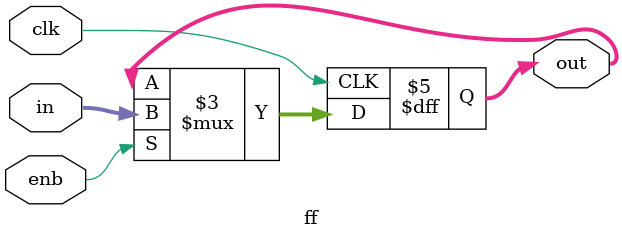
<source format=sv>
`timescale 1ns / 1ps


module ff(input logic enb, clk,
          input logic [31:0] in,
          output logic [31:0] out
    );
    
    always_ff @(posedge clk)
    begin
        if(enb)
        out<=in;
        else
        out<=out;
    end
endmodule

</source>
